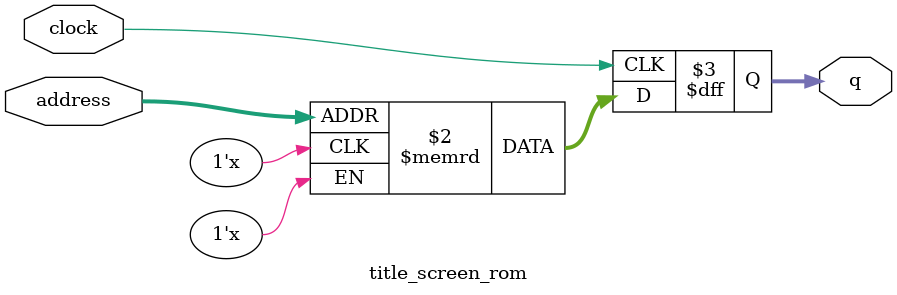
<source format=sv>
module title_screen_rom (
	input logic clock,
	input logic [15:0] address,
	output logic [2:0] q
);

logic [2:0] memory [0:38399] /* synthesis ram_init_file = "./title_screen/title_screen.COE" */;

always_ff @ (posedge clock) begin
	q <= memory[address];
end

endmodule

</source>
